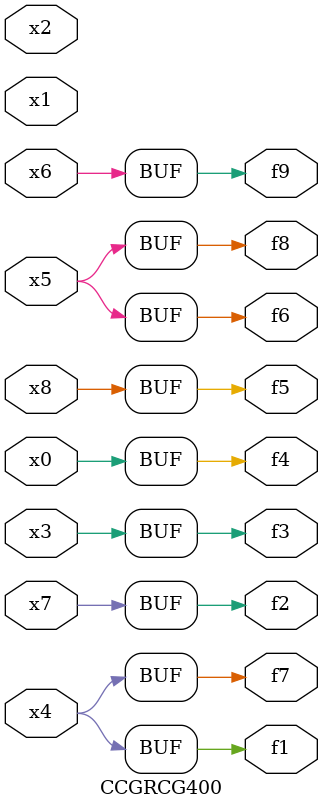
<source format=v>
module CCGRCG400(
	input x0, x1, x2, x3, x4, x5, x6, x7, x8,
	output f1, f2, f3, f4, f5, f6, f7, f8, f9
);
	assign f1 = x4;
	assign f2 = x7;
	assign f3 = x3;
	assign f4 = x0;
	assign f5 = x8;
	assign f6 = x5;
	assign f7 = x4;
	assign f8 = x5;
	assign f9 = x6;
endmodule

</source>
